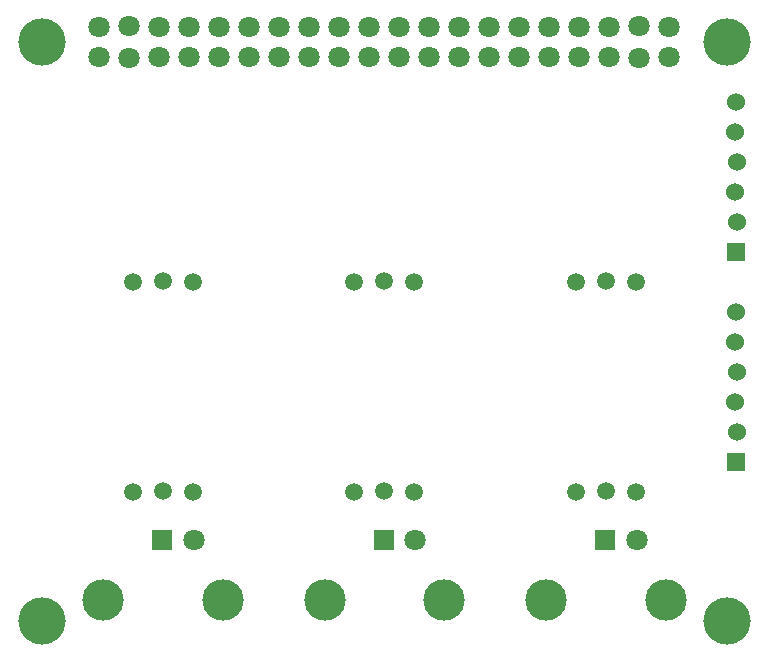
<source format=gbr>
G04 #@! TF.GenerationSoftware,KiCad,Pcbnew,no-vcs-found-7434~57~ubuntu14.04.1*
G04 #@! TF.CreationDate,2017-04-19T10:19:01+02:00*
G04 #@! TF.ProjectId,tentacle-raspi,74656E7461636C652D72617370692E6B,1.0*
G04 #@! TF.FileFunction,Soldermask,Bot*
G04 #@! TF.FilePolarity,Negative*
%FSLAX46Y46*%
G04 Gerber Fmt 4.6, Leading zero omitted, Abs format (unit mm)*
G04 Created by KiCad (PCBNEW no-vcs-found-7434~57~ubuntu14.04.1) date Wed Apr 19 10:19:01 2017*
%MOMM*%
%LPD*%
G01*
G04 APERTURE LIST*
%ADD10C,0.150000*%
%ADD11C,1.524000*%
%ADD12R,1.524000X1.524000*%
%ADD13C,1.500000*%
%ADD14C,1.800000*%
%ADD15R,1.800000X1.800000*%
%ADD16C,3.500000*%
%ADD17C,4.000000*%
G04 APERTURE END LIST*
D10*
D11*
X62250000Y-9120000D03*
X62186500Y-11660000D03*
X62313500Y-14200000D03*
X62186500Y-16740000D03*
X62313500Y-19280000D03*
D12*
X62250000Y-21820000D03*
D11*
X62250000Y-26900000D03*
X62186500Y-29440000D03*
X62313500Y-31980000D03*
X62186500Y-34520000D03*
X62313500Y-37060000D03*
D12*
X62250000Y-39600000D03*
D13*
X16290000Y-42140000D03*
X13750000Y-41987600D03*
X11210000Y-42140000D03*
X16290000Y-24360000D03*
X13750000Y-24207600D03*
X11210000Y-24360000D03*
X35040000Y-42140000D03*
X32500000Y-41987600D03*
X29960000Y-42140000D03*
X35040000Y-24360000D03*
X32500000Y-24207600D03*
X29960000Y-24360000D03*
X53790000Y-42140000D03*
X51250000Y-41987600D03*
X48710000Y-42140000D03*
X53790000Y-24360000D03*
X51250000Y-24207600D03*
X48710000Y-24360000D03*
D14*
X35103500Y-46170000D03*
D15*
X32436500Y-46170000D03*
D16*
X27436500Y-51250000D03*
X37563500Y-51250000D03*
D14*
X53853500Y-46170000D03*
D15*
X51186500Y-46170000D03*
D16*
X46186500Y-51250000D03*
X56313500Y-51250000D03*
D14*
X16353500Y-46170000D03*
D15*
X13686500Y-46170000D03*
D16*
X8686500Y-51250000D03*
X18813500Y-51250000D03*
D14*
X56630000Y-2730000D03*
X56630000Y-5270000D03*
X54090000Y-2666500D03*
X54090000Y-5333500D03*
X51550000Y-2730000D03*
X51550000Y-5270000D03*
X49010000Y-2730000D03*
X49010000Y-5270000D03*
X46470000Y-2730000D03*
X46470000Y-5270000D03*
X43930000Y-2730000D03*
X43930000Y-5270000D03*
X41390000Y-2730000D03*
X41390000Y-5270000D03*
X38850000Y-2730000D03*
X38850000Y-5270000D03*
X36310000Y-2730000D03*
X36310000Y-5270000D03*
X33770000Y-2730000D03*
X33770000Y-5270000D03*
X31230000Y-2730000D03*
X31230000Y-5270000D03*
X28690000Y-2730000D03*
X28690000Y-5270000D03*
X26150000Y-2730000D03*
X26150000Y-5270000D03*
X23610000Y-2730000D03*
X23610000Y-5270000D03*
X21070000Y-2730000D03*
X21070000Y-5270000D03*
X18530000Y-2730000D03*
X18530000Y-5270000D03*
X15990000Y-2730000D03*
X15990000Y-5270000D03*
X13450000Y-2730000D03*
X13450000Y-5270000D03*
X10910000Y-2666500D03*
X10910000Y-5333500D03*
X8370000Y-2730000D03*
X8370000Y-5270000D03*
D17*
X61500000Y-53000000D03*
X3500000Y-53000000D03*
X3500000Y-4000000D03*
X61500000Y-4000000D03*
M02*

</source>
